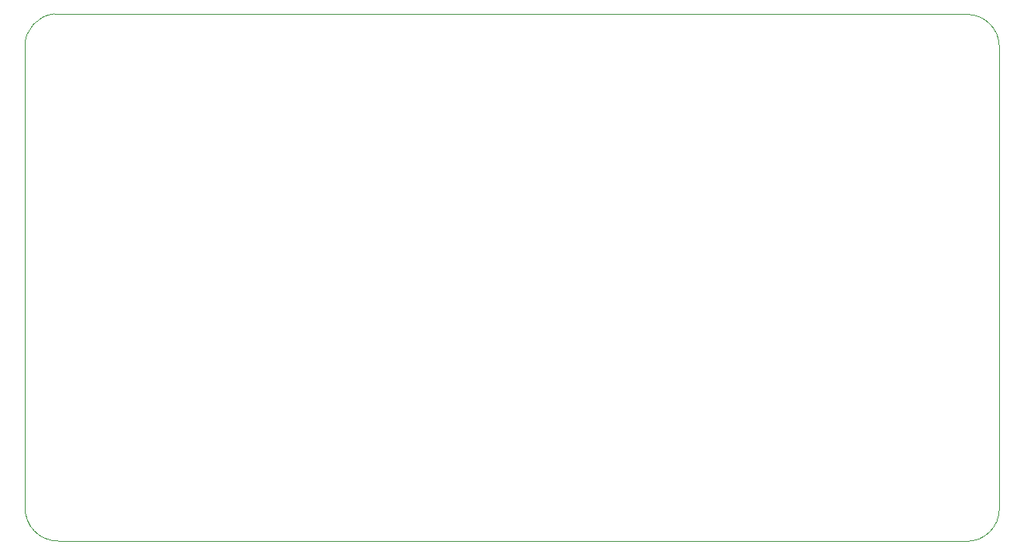
<source format=gm1>
G04 #@! TF.GenerationSoftware,KiCad,Pcbnew,5.1.12-84ad8e8a86~92~ubuntu20.04.1*
G04 #@! TF.CreationDate,2021-11-09T21:57:18+01:00*
G04 #@! TF.ProjectId,CC dimmer low voltage,43432064-696d-46d6-9572-206c6f772076,0.82*
G04 #@! TF.SameCoordinates,Original*
G04 #@! TF.FileFunction,Profile,NP*
%FSLAX46Y46*%
G04 Gerber Fmt 4.6, Leading zero omitted, Abs format (unit mm)*
G04 Created by KiCad (PCBNEW 5.1.12-84ad8e8a86~92~ubuntu20.04.1) date 2021-11-09 21:57:18*
%MOMM*%
%LPD*%
G01*
G04 APERTURE LIST*
G04 #@! TA.AperFunction,Profile*
%ADD10C,0.100000*%
G04 #@! TD*
G04 APERTURE END LIST*
D10*
X95982000Y-72213230D02*
X96022000Y-122497023D01*
X202262000Y-72305000D02*
X202262000Y-122755000D01*
X198706000Y-68749000D02*
X99207612Y-68695000D01*
X198706000Y-126311000D02*
X99582000Y-126275000D01*
X95982000Y-72213230D02*
G75*
G02*
X99207612Y-68695000I3550012J-16970D01*
G01*
X99582000Y-126275000D02*
G75*
G02*
X96022000Y-122497023I0J3566288D01*
G01*
X198706000Y-68749000D02*
G75*
G02*
X202262000Y-72305000I0J-3556000D01*
G01*
X202262000Y-122755000D02*
G75*
G02*
X198706000Y-126311000I-3556000J0D01*
G01*
M02*

</source>
